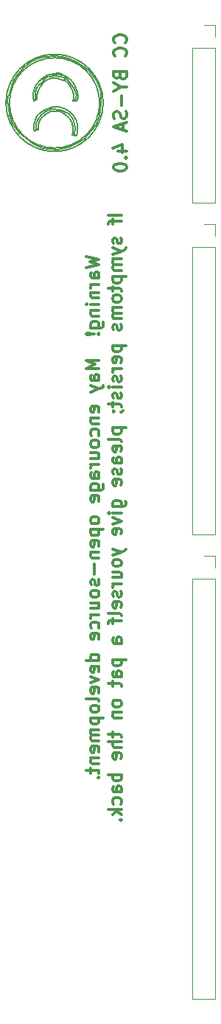
<source format=gbr>
G04 #@! TF.FileFunction,Legend,Bot*
%FSLAX46Y46*%
G04 Gerber Fmt 4.6, Leading zero omitted, Abs format (unit mm)*
G04 Created by KiCad (PCBNEW 4.0.7) date 05/21/18 18:47:21*
%MOMM*%
%LPD*%
G01*
G04 APERTURE LIST*
%ADD10C,0.100000*%
%ADD11C,0.300000*%
%ADD12C,0.120000*%
%ADD13C,0.150000*%
G04 APERTURE END LIST*
D10*
D11*
X148398571Y-65885001D02*
X149898571Y-66242144D01*
X148827143Y-66527858D01*
X149898571Y-66813572D01*
X148398571Y-67170715D01*
X149898571Y-68385001D02*
X149112857Y-68385001D01*
X148970000Y-68313572D01*
X148898571Y-68170715D01*
X148898571Y-67885001D01*
X148970000Y-67742144D01*
X149827143Y-68385001D02*
X149898571Y-68242144D01*
X149898571Y-67885001D01*
X149827143Y-67742144D01*
X149684286Y-67670715D01*
X149541429Y-67670715D01*
X149398571Y-67742144D01*
X149327143Y-67885001D01*
X149327143Y-68242144D01*
X149255714Y-68385001D01*
X149898571Y-69099287D02*
X148898571Y-69099287D01*
X149184286Y-69099287D02*
X149041429Y-69170715D01*
X148970000Y-69242144D01*
X148898571Y-69385001D01*
X148898571Y-69527858D01*
X148898571Y-70027858D02*
X149898571Y-70027858D01*
X149041429Y-70027858D02*
X148970000Y-70099286D01*
X148898571Y-70242144D01*
X148898571Y-70456429D01*
X148970000Y-70599286D01*
X149112857Y-70670715D01*
X149898571Y-70670715D01*
X149898571Y-71385001D02*
X148898571Y-71385001D01*
X148398571Y-71385001D02*
X148470000Y-71313572D01*
X148541429Y-71385001D01*
X148470000Y-71456429D01*
X148398571Y-71385001D01*
X148541429Y-71385001D01*
X148898571Y-72099287D02*
X149898571Y-72099287D01*
X149041429Y-72099287D02*
X148970000Y-72170715D01*
X148898571Y-72313573D01*
X148898571Y-72527858D01*
X148970000Y-72670715D01*
X149112857Y-72742144D01*
X149898571Y-72742144D01*
X148898571Y-74099287D02*
X150112857Y-74099287D01*
X150255714Y-74027858D01*
X150327143Y-73956430D01*
X150398571Y-73813573D01*
X150398571Y-73599287D01*
X150327143Y-73456430D01*
X149827143Y-74099287D02*
X149898571Y-73956430D01*
X149898571Y-73670716D01*
X149827143Y-73527858D01*
X149755714Y-73456430D01*
X149612857Y-73385001D01*
X149184286Y-73385001D01*
X149041429Y-73456430D01*
X148970000Y-73527858D01*
X148898571Y-73670716D01*
X148898571Y-73956430D01*
X148970000Y-74099287D01*
X149755714Y-74813573D02*
X149827143Y-74885001D01*
X149898571Y-74813573D01*
X149827143Y-74742144D01*
X149755714Y-74813573D01*
X149898571Y-74813573D01*
X149327143Y-74813573D02*
X148470000Y-74742144D01*
X148398571Y-74813573D01*
X148470000Y-74885001D01*
X149327143Y-74813573D01*
X148398571Y-74813573D01*
X149898571Y-77813573D02*
X148398571Y-77813573D01*
X149470000Y-78313573D01*
X148398571Y-78813573D01*
X149898571Y-78813573D01*
X149898571Y-80170716D02*
X149112857Y-80170716D01*
X148970000Y-80099287D01*
X148898571Y-79956430D01*
X148898571Y-79670716D01*
X148970000Y-79527859D01*
X149827143Y-80170716D02*
X149898571Y-80027859D01*
X149898571Y-79670716D01*
X149827143Y-79527859D01*
X149684286Y-79456430D01*
X149541429Y-79456430D01*
X149398571Y-79527859D01*
X149327143Y-79670716D01*
X149327143Y-80027859D01*
X149255714Y-80170716D01*
X148898571Y-80742145D02*
X149898571Y-81099288D01*
X148898571Y-81456430D02*
X149898571Y-81099288D01*
X150255714Y-80956430D01*
X150327143Y-80885002D01*
X150398571Y-80742145D01*
X149827143Y-83742144D02*
X149898571Y-83599287D01*
X149898571Y-83313573D01*
X149827143Y-83170716D01*
X149684286Y-83099287D01*
X149112857Y-83099287D01*
X148970000Y-83170716D01*
X148898571Y-83313573D01*
X148898571Y-83599287D01*
X148970000Y-83742144D01*
X149112857Y-83813573D01*
X149255714Y-83813573D01*
X149398571Y-83099287D01*
X148898571Y-84456430D02*
X149898571Y-84456430D01*
X149041429Y-84456430D02*
X148970000Y-84527858D01*
X148898571Y-84670716D01*
X148898571Y-84885001D01*
X148970000Y-85027858D01*
X149112857Y-85099287D01*
X149898571Y-85099287D01*
X149827143Y-86456430D02*
X149898571Y-86313573D01*
X149898571Y-86027859D01*
X149827143Y-85885001D01*
X149755714Y-85813573D01*
X149612857Y-85742144D01*
X149184286Y-85742144D01*
X149041429Y-85813573D01*
X148970000Y-85885001D01*
X148898571Y-86027859D01*
X148898571Y-86313573D01*
X148970000Y-86456430D01*
X149898571Y-87313573D02*
X149827143Y-87170715D01*
X149755714Y-87099287D01*
X149612857Y-87027858D01*
X149184286Y-87027858D01*
X149041429Y-87099287D01*
X148970000Y-87170715D01*
X148898571Y-87313573D01*
X148898571Y-87527858D01*
X148970000Y-87670715D01*
X149041429Y-87742144D01*
X149184286Y-87813573D01*
X149612857Y-87813573D01*
X149755714Y-87742144D01*
X149827143Y-87670715D01*
X149898571Y-87527858D01*
X149898571Y-87313573D01*
X148898571Y-89099287D02*
X149898571Y-89099287D01*
X148898571Y-88456430D02*
X149684286Y-88456430D01*
X149827143Y-88527858D01*
X149898571Y-88670716D01*
X149898571Y-88885001D01*
X149827143Y-89027858D01*
X149755714Y-89099287D01*
X149898571Y-89813573D02*
X148898571Y-89813573D01*
X149184286Y-89813573D02*
X149041429Y-89885001D01*
X148970000Y-89956430D01*
X148898571Y-90099287D01*
X148898571Y-90242144D01*
X149898571Y-91385001D02*
X149112857Y-91385001D01*
X148970000Y-91313572D01*
X148898571Y-91170715D01*
X148898571Y-90885001D01*
X148970000Y-90742144D01*
X149827143Y-91385001D02*
X149898571Y-91242144D01*
X149898571Y-90885001D01*
X149827143Y-90742144D01*
X149684286Y-90670715D01*
X149541429Y-90670715D01*
X149398571Y-90742144D01*
X149327143Y-90885001D01*
X149327143Y-91242144D01*
X149255714Y-91385001D01*
X148898571Y-92742144D02*
X150112857Y-92742144D01*
X150255714Y-92670715D01*
X150327143Y-92599287D01*
X150398571Y-92456430D01*
X150398571Y-92242144D01*
X150327143Y-92099287D01*
X149827143Y-92742144D02*
X149898571Y-92599287D01*
X149898571Y-92313573D01*
X149827143Y-92170715D01*
X149755714Y-92099287D01*
X149612857Y-92027858D01*
X149184286Y-92027858D01*
X149041429Y-92099287D01*
X148970000Y-92170715D01*
X148898571Y-92313573D01*
X148898571Y-92599287D01*
X148970000Y-92742144D01*
X149827143Y-94027858D02*
X149898571Y-93885001D01*
X149898571Y-93599287D01*
X149827143Y-93456430D01*
X149684286Y-93385001D01*
X149112857Y-93385001D01*
X148970000Y-93456430D01*
X148898571Y-93599287D01*
X148898571Y-93885001D01*
X148970000Y-94027858D01*
X149112857Y-94099287D01*
X149255714Y-94099287D01*
X149398571Y-93385001D01*
X149898571Y-96099287D02*
X149827143Y-95956429D01*
X149755714Y-95885001D01*
X149612857Y-95813572D01*
X149184286Y-95813572D01*
X149041429Y-95885001D01*
X148970000Y-95956429D01*
X148898571Y-96099287D01*
X148898571Y-96313572D01*
X148970000Y-96456429D01*
X149041429Y-96527858D01*
X149184286Y-96599287D01*
X149612857Y-96599287D01*
X149755714Y-96527858D01*
X149827143Y-96456429D01*
X149898571Y-96313572D01*
X149898571Y-96099287D01*
X148898571Y-97242144D02*
X150398571Y-97242144D01*
X148970000Y-97242144D02*
X148898571Y-97385001D01*
X148898571Y-97670715D01*
X148970000Y-97813572D01*
X149041429Y-97885001D01*
X149184286Y-97956430D01*
X149612857Y-97956430D01*
X149755714Y-97885001D01*
X149827143Y-97813572D01*
X149898571Y-97670715D01*
X149898571Y-97385001D01*
X149827143Y-97242144D01*
X149827143Y-99170715D02*
X149898571Y-99027858D01*
X149898571Y-98742144D01*
X149827143Y-98599287D01*
X149684286Y-98527858D01*
X149112857Y-98527858D01*
X148970000Y-98599287D01*
X148898571Y-98742144D01*
X148898571Y-99027858D01*
X148970000Y-99170715D01*
X149112857Y-99242144D01*
X149255714Y-99242144D01*
X149398571Y-98527858D01*
X148898571Y-99885001D02*
X149898571Y-99885001D01*
X149041429Y-99885001D02*
X148970000Y-99956429D01*
X148898571Y-100099287D01*
X148898571Y-100313572D01*
X148970000Y-100456429D01*
X149112857Y-100527858D01*
X149898571Y-100527858D01*
X149327143Y-101242144D02*
X149327143Y-102385001D01*
X149827143Y-103027858D02*
X149898571Y-103170715D01*
X149898571Y-103456430D01*
X149827143Y-103599287D01*
X149684286Y-103670715D01*
X149612857Y-103670715D01*
X149470000Y-103599287D01*
X149398571Y-103456430D01*
X149398571Y-103242144D01*
X149327143Y-103099287D01*
X149184286Y-103027858D01*
X149112857Y-103027858D01*
X148970000Y-103099287D01*
X148898571Y-103242144D01*
X148898571Y-103456430D01*
X148970000Y-103599287D01*
X149898571Y-104527859D02*
X149827143Y-104385001D01*
X149755714Y-104313573D01*
X149612857Y-104242144D01*
X149184286Y-104242144D01*
X149041429Y-104313573D01*
X148970000Y-104385001D01*
X148898571Y-104527859D01*
X148898571Y-104742144D01*
X148970000Y-104885001D01*
X149041429Y-104956430D01*
X149184286Y-105027859D01*
X149612857Y-105027859D01*
X149755714Y-104956430D01*
X149827143Y-104885001D01*
X149898571Y-104742144D01*
X149898571Y-104527859D01*
X148898571Y-106313573D02*
X149898571Y-106313573D01*
X148898571Y-105670716D02*
X149684286Y-105670716D01*
X149827143Y-105742144D01*
X149898571Y-105885002D01*
X149898571Y-106099287D01*
X149827143Y-106242144D01*
X149755714Y-106313573D01*
X149898571Y-107027859D02*
X148898571Y-107027859D01*
X149184286Y-107027859D02*
X149041429Y-107099287D01*
X148970000Y-107170716D01*
X148898571Y-107313573D01*
X148898571Y-107456430D01*
X149827143Y-108599287D02*
X149898571Y-108456430D01*
X149898571Y-108170716D01*
X149827143Y-108027858D01*
X149755714Y-107956430D01*
X149612857Y-107885001D01*
X149184286Y-107885001D01*
X149041429Y-107956430D01*
X148970000Y-108027858D01*
X148898571Y-108170716D01*
X148898571Y-108456430D01*
X148970000Y-108599287D01*
X149827143Y-109813572D02*
X149898571Y-109670715D01*
X149898571Y-109385001D01*
X149827143Y-109242144D01*
X149684286Y-109170715D01*
X149112857Y-109170715D01*
X148970000Y-109242144D01*
X148898571Y-109385001D01*
X148898571Y-109670715D01*
X148970000Y-109813572D01*
X149112857Y-109885001D01*
X149255714Y-109885001D01*
X149398571Y-109170715D01*
X149898571Y-112313572D02*
X148398571Y-112313572D01*
X149827143Y-112313572D02*
X149898571Y-112170715D01*
X149898571Y-111885001D01*
X149827143Y-111742143D01*
X149755714Y-111670715D01*
X149612857Y-111599286D01*
X149184286Y-111599286D01*
X149041429Y-111670715D01*
X148970000Y-111742143D01*
X148898571Y-111885001D01*
X148898571Y-112170715D01*
X148970000Y-112313572D01*
X149827143Y-113599286D02*
X149898571Y-113456429D01*
X149898571Y-113170715D01*
X149827143Y-113027858D01*
X149684286Y-112956429D01*
X149112857Y-112956429D01*
X148970000Y-113027858D01*
X148898571Y-113170715D01*
X148898571Y-113456429D01*
X148970000Y-113599286D01*
X149112857Y-113670715D01*
X149255714Y-113670715D01*
X149398571Y-112956429D01*
X148898571Y-114170715D02*
X149898571Y-114527858D01*
X148898571Y-114885000D01*
X149827143Y-116027857D02*
X149898571Y-115885000D01*
X149898571Y-115599286D01*
X149827143Y-115456429D01*
X149684286Y-115385000D01*
X149112857Y-115385000D01*
X148970000Y-115456429D01*
X148898571Y-115599286D01*
X148898571Y-115885000D01*
X148970000Y-116027857D01*
X149112857Y-116099286D01*
X149255714Y-116099286D01*
X149398571Y-115385000D01*
X149898571Y-116956429D02*
X149827143Y-116813571D01*
X149684286Y-116742143D01*
X148398571Y-116742143D01*
X149898571Y-117742143D02*
X149827143Y-117599285D01*
X149755714Y-117527857D01*
X149612857Y-117456428D01*
X149184286Y-117456428D01*
X149041429Y-117527857D01*
X148970000Y-117599285D01*
X148898571Y-117742143D01*
X148898571Y-117956428D01*
X148970000Y-118099285D01*
X149041429Y-118170714D01*
X149184286Y-118242143D01*
X149612857Y-118242143D01*
X149755714Y-118170714D01*
X149827143Y-118099285D01*
X149898571Y-117956428D01*
X149898571Y-117742143D01*
X148898571Y-118885000D02*
X150398571Y-118885000D01*
X148970000Y-118885000D02*
X148898571Y-119027857D01*
X148898571Y-119313571D01*
X148970000Y-119456428D01*
X149041429Y-119527857D01*
X149184286Y-119599286D01*
X149612857Y-119599286D01*
X149755714Y-119527857D01*
X149827143Y-119456428D01*
X149898571Y-119313571D01*
X149898571Y-119027857D01*
X149827143Y-118885000D01*
X149898571Y-120242143D02*
X148898571Y-120242143D01*
X149041429Y-120242143D02*
X148970000Y-120313571D01*
X148898571Y-120456429D01*
X148898571Y-120670714D01*
X148970000Y-120813571D01*
X149112857Y-120885000D01*
X149898571Y-120885000D01*
X149112857Y-120885000D02*
X148970000Y-120956429D01*
X148898571Y-121099286D01*
X148898571Y-121313571D01*
X148970000Y-121456429D01*
X149112857Y-121527857D01*
X149898571Y-121527857D01*
X149827143Y-122813571D02*
X149898571Y-122670714D01*
X149898571Y-122385000D01*
X149827143Y-122242143D01*
X149684286Y-122170714D01*
X149112857Y-122170714D01*
X148970000Y-122242143D01*
X148898571Y-122385000D01*
X148898571Y-122670714D01*
X148970000Y-122813571D01*
X149112857Y-122885000D01*
X149255714Y-122885000D01*
X149398571Y-122170714D01*
X148898571Y-123527857D02*
X149898571Y-123527857D01*
X149041429Y-123527857D02*
X148970000Y-123599285D01*
X148898571Y-123742143D01*
X148898571Y-123956428D01*
X148970000Y-124099285D01*
X149112857Y-124170714D01*
X149898571Y-124170714D01*
X148898571Y-124670714D02*
X148898571Y-125242143D01*
X148398571Y-124885000D02*
X149684286Y-124885000D01*
X149827143Y-124956428D01*
X149898571Y-125099286D01*
X149898571Y-125242143D01*
X149755714Y-125742143D02*
X149827143Y-125813571D01*
X149898571Y-125742143D01*
X149827143Y-125670714D01*
X149755714Y-125742143D01*
X149898571Y-125742143D01*
X152448571Y-61135000D02*
X150948571Y-61135000D01*
X151448571Y-61635000D02*
X151448571Y-62206429D01*
X152448571Y-61849286D02*
X151162857Y-61849286D01*
X151020000Y-61920714D01*
X150948571Y-62063572D01*
X150948571Y-62206429D01*
X152377143Y-63777857D02*
X152448571Y-63920714D01*
X152448571Y-64206429D01*
X152377143Y-64349286D01*
X152234286Y-64420714D01*
X152162857Y-64420714D01*
X152020000Y-64349286D01*
X151948571Y-64206429D01*
X151948571Y-63992143D01*
X151877143Y-63849286D01*
X151734286Y-63777857D01*
X151662857Y-63777857D01*
X151520000Y-63849286D01*
X151448571Y-63992143D01*
X151448571Y-64206429D01*
X151520000Y-64349286D01*
X151448571Y-64920715D02*
X152448571Y-65277858D01*
X151448571Y-65635000D02*
X152448571Y-65277858D01*
X152805714Y-65135000D01*
X152877143Y-65063572D01*
X152948571Y-64920715D01*
X152448571Y-66206429D02*
X151448571Y-66206429D01*
X151591429Y-66206429D02*
X151520000Y-66277857D01*
X151448571Y-66420715D01*
X151448571Y-66635000D01*
X151520000Y-66777857D01*
X151662857Y-66849286D01*
X152448571Y-66849286D01*
X151662857Y-66849286D02*
X151520000Y-66920715D01*
X151448571Y-67063572D01*
X151448571Y-67277857D01*
X151520000Y-67420715D01*
X151662857Y-67492143D01*
X152448571Y-67492143D01*
X151448571Y-68206429D02*
X152948571Y-68206429D01*
X151520000Y-68206429D02*
X151448571Y-68349286D01*
X151448571Y-68635000D01*
X151520000Y-68777857D01*
X151591429Y-68849286D01*
X151734286Y-68920715D01*
X152162857Y-68920715D01*
X152305714Y-68849286D01*
X152377143Y-68777857D01*
X152448571Y-68635000D01*
X152448571Y-68349286D01*
X152377143Y-68206429D01*
X151448571Y-69349286D02*
X151448571Y-69920715D01*
X150948571Y-69563572D02*
X152234286Y-69563572D01*
X152377143Y-69635000D01*
X152448571Y-69777858D01*
X152448571Y-69920715D01*
X152448571Y-70635001D02*
X152377143Y-70492143D01*
X152305714Y-70420715D01*
X152162857Y-70349286D01*
X151734286Y-70349286D01*
X151591429Y-70420715D01*
X151520000Y-70492143D01*
X151448571Y-70635001D01*
X151448571Y-70849286D01*
X151520000Y-70992143D01*
X151591429Y-71063572D01*
X151734286Y-71135001D01*
X152162857Y-71135001D01*
X152305714Y-71063572D01*
X152377143Y-70992143D01*
X152448571Y-70849286D01*
X152448571Y-70635001D01*
X152448571Y-71777858D02*
X151448571Y-71777858D01*
X151591429Y-71777858D02*
X151520000Y-71849286D01*
X151448571Y-71992144D01*
X151448571Y-72206429D01*
X151520000Y-72349286D01*
X151662857Y-72420715D01*
X152448571Y-72420715D01*
X151662857Y-72420715D02*
X151520000Y-72492144D01*
X151448571Y-72635001D01*
X151448571Y-72849286D01*
X151520000Y-72992144D01*
X151662857Y-73063572D01*
X152448571Y-73063572D01*
X152377143Y-73706429D02*
X152448571Y-73849286D01*
X152448571Y-74135001D01*
X152377143Y-74277858D01*
X152234286Y-74349286D01*
X152162857Y-74349286D01*
X152020000Y-74277858D01*
X151948571Y-74135001D01*
X151948571Y-73920715D01*
X151877143Y-73777858D01*
X151734286Y-73706429D01*
X151662857Y-73706429D01*
X151520000Y-73777858D01*
X151448571Y-73920715D01*
X151448571Y-74135001D01*
X151520000Y-74277858D01*
X151448571Y-76135001D02*
X152948571Y-76135001D01*
X151520000Y-76135001D02*
X151448571Y-76277858D01*
X151448571Y-76563572D01*
X151520000Y-76706429D01*
X151591429Y-76777858D01*
X151734286Y-76849287D01*
X152162857Y-76849287D01*
X152305714Y-76777858D01*
X152377143Y-76706429D01*
X152448571Y-76563572D01*
X152448571Y-76277858D01*
X152377143Y-76135001D01*
X152377143Y-78063572D02*
X152448571Y-77920715D01*
X152448571Y-77635001D01*
X152377143Y-77492144D01*
X152234286Y-77420715D01*
X151662857Y-77420715D01*
X151520000Y-77492144D01*
X151448571Y-77635001D01*
X151448571Y-77920715D01*
X151520000Y-78063572D01*
X151662857Y-78135001D01*
X151805714Y-78135001D01*
X151948571Y-77420715D01*
X152448571Y-78777858D02*
X151448571Y-78777858D01*
X151734286Y-78777858D02*
X151591429Y-78849286D01*
X151520000Y-78920715D01*
X151448571Y-79063572D01*
X151448571Y-79206429D01*
X152377143Y-79635000D02*
X152448571Y-79777857D01*
X152448571Y-80063572D01*
X152377143Y-80206429D01*
X152234286Y-80277857D01*
X152162857Y-80277857D01*
X152020000Y-80206429D01*
X151948571Y-80063572D01*
X151948571Y-79849286D01*
X151877143Y-79706429D01*
X151734286Y-79635000D01*
X151662857Y-79635000D01*
X151520000Y-79706429D01*
X151448571Y-79849286D01*
X151448571Y-80063572D01*
X151520000Y-80206429D01*
X152448571Y-80920715D02*
X151448571Y-80920715D01*
X150948571Y-80920715D02*
X151020000Y-80849286D01*
X151091429Y-80920715D01*
X151020000Y-80992143D01*
X150948571Y-80920715D01*
X151091429Y-80920715D01*
X152377143Y-81563572D02*
X152448571Y-81706429D01*
X152448571Y-81992144D01*
X152377143Y-82135001D01*
X152234286Y-82206429D01*
X152162857Y-82206429D01*
X152020000Y-82135001D01*
X151948571Y-81992144D01*
X151948571Y-81777858D01*
X151877143Y-81635001D01*
X151734286Y-81563572D01*
X151662857Y-81563572D01*
X151520000Y-81635001D01*
X151448571Y-81777858D01*
X151448571Y-81992144D01*
X151520000Y-82135001D01*
X151448571Y-82635001D02*
X151448571Y-83206430D01*
X150948571Y-82849287D02*
X152234286Y-82849287D01*
X152377143Y-82920715D01*
X152448571Y-83063573D01*
X152448571Y-83206430D01*
X152377143Y-83777858D02*
X152448571Y-83777858D01*
X152591429Y-83706430D01*
X152662857Y-83635001D01*
X151520000Y-83706430D02*
X151591429Y-83777858D01*
X151662857Y-83706430D01*
X151591429Y-83635001D01*
X151520000Y-83706430D01*
X151662857Y-83706430D01*
X151448571Y-85563573D02*
X152948571Y-85563573D01*
X151520000Y-85563573D02*
X151448571Y-85706430D01*
X151448571Y-85992144D01*
X151520000Y-86135001D01*
X151591429Y-86206430D01*
X151734286Y-86277859D01*
X152162857Y-86277859D01*
X152305714Y-86206430D01*
X152377143Y-86135001D01*
X152448571Y-85992144D01*
X152448571Y-85706430D01*
X152377143Y-85563573D01*
X152448571Y-87135002D02*
X152377143Y-86992144D01*
X152234286Y-86920716D01*
X150948571Y-86920716D01*
X152377143Y-88277858D02*
X152448571Y-88135001D01*
X152448571Y-87849287D01*
X152377143Y-87706430D01*
X152234286Y-87635001D01*
X151662857Y-87635001D01*
X151520000Y-87706430D01*
X151448571Y-87849287D01*
X151448571Y-88135001D01*
X151520000Y-88277858D01*
X151662857Y-88349287D01*
X151805714Y-88349287D01*
X151948571Y-87635001D01*
X152448571Y-89635001D02*
X151662857Y-89635001D01*
X151520000Y-89563572D01*
X151448571Y-89420715D01*
X151448571Y-89135001D01*
X151520000Y-88992144D01*
X152377143Y-89635001D02*
X152448571Y-89492144D01*
X152448571Y-89135001D01*
X152377143Y-88992144D01*
X152234286Y-88920715D01*
X152091429Y-88920715D01*
X151948571Y-88992144D01*
X151877143Y-89135001D01*
X151877143Y-89492144D01*
X151805714Y-89635001D01*
X152377143Y-90277858D02*
X152448571Y-90420715D01*
X152448571Y-90706430D01*
X152377143Y-90849287D01*
X152234286Y-90920715D01*
X152162857Y-90920715D01*
X152020000Y-90849287D01*
X151948571Y-90706430D01*
X151948571Y-90492144D01*
X151877143Y-90349287D01*
X151734286Y-90277858D01*
X151662857Y-90277858D01*
X151520000Y-90349287D01*
X151448571Y-90492144D01*
X151448571Y-90706430D01*
X151520000Y-90849287D01*
X152377143Y-92135001D02*
X152448571Y-91992144D01*
X152448571Y-91706430D01*
X152377143Y-91563573D01*
X152234286Y-91492144D01*
X151662857Y-91492144D01*
X151520000Y-91563573D01*
X151448571Y-91706430D01*
X151448571Y-91992144D01*
X151520000Y-92135001D01*
X151662857Y-92206430D01*
X151805714Y-92206430D01*
X151948571Y-91492144D01*
X151448571Y-94635001D02*
X152662857Y-94635001D01*
X152805714Y-94563572D01*
X152877143Y-94492144D01*
X152948571Y-94349287D01*
X152948571Y-94135001D01*
X152877143Y-93992144D01*
X152377143Y-94635001D02*
X152448571Y-94492144D01*
X152448571Y-94206430D01*
X152377143Y-94063572D01*
X152305714Y-93992144D01*
X152162857Y-93920715D01*
X151734286Y-93920715D01*
X151591429Y-93992144D01*
X151520000Y-94063572D01*
X151448571Y-94206430D01*
X151448571Y-94492144D01*
X151520000Y-94635001D01*
X152448571Y-95349287D02*
X151448571Y-95349287D01*
X150948571Y-95349287D02*
X151020000Y-95277858D01*
X151091429Y-95349287D01*
X151020000Y-95420715D01*
X150948571Y-95349287D01*
X151091429Y-95349287D01*
X151448571Y-95920716D02*
X152448571Y-96277859D01*
X151448571Y-96635001D01*
X152377143Y-97777858D02*
X152448571Y-97635001D01*
X152448571Y-97349287D01*
X152377143Y-97206430D01*
X152234286Y-97135001D01*
X151662857Y-97135001D01*
X151520000Y-97206430D01*
X151448571Y-97349287D01*
X151448571Y-97635001D01*
X151520000Y-97777858D01*
X151662857Y-97849287D01*
X151805714Y-97849287D01*
X151948571Y-97135001D01*
X151448571Y-99492144D02*
X152448571Y-99849287D01*
X151448571Y-100206429D02*
X152448571Y-99849287D01*
X152805714Y-99706429D01*
X152877143Y-99635001D01*
X152948571Y-99492144D01*
X152448571Y-100992144D02*
X152377143Y-100849286D01*
X152305714Y-100777858D01*
X152162857Y-100706429D01*
X151734286Y-100706429D01*
X151591429Y-100777858D01*
X151520000Y-100849286D01*
X151448571Y-100992144D01*
X151448571Y-101206429D01*
X151520000Y-101349286D01*
X151591429Y-101420715D01*
X151734286Y-101492144D01*
X152162857Y-101492144D01*
X152305714Y-101420715D01*
X152377143Y-101349286D01*
X152448571Y-101206429D01*
X152448571Y-100992144D01*
X151448571Y-102777858D02*
X152448571Y-102777858D01*
X151448571Y-102135001D02*
X152234286Y-102135001D01*
X152377143Y-102206429D01*
X152448571Y-102349287D01*
X152448571Y-102563572D01*
X152377143Y-102706429D01*
X152305714Y-102777858D01*
X152448571Y-103492144D02*
X151448571Y-103492144D01*
X151734286Y-103492144D02*
X151591429Y-103563572D01*
X151520000Y-103635001D01*
X151448571Y-103777858D01*
X151448571Y-103920715D01*
X152377143Y-104349286D02*
X152448571Y-104492143D01*
X152448571Y-104777858D01*
X152377143Y-104920715D01*
X152234286Y-104992143D01*
X152162857Y-104992143D01*
X152020000Y-104920715D01*
X151948571Y-104777858D01*
X151948571Y-104563572D01*
X151877143Y-104420715D01*
X151734286Y-104349286D01*
X151662857Y-104349286D01*
X151520000Y-104420715D01*
X151448571Y-104563572D01*
X151448571Y-104777858D01*
X151520000Y-104920715D01*
X152377143Y-106206429D02*
X152448571Y-106063572D01*
X152448571Y-105777858D01*
X152377143Y-105635001D01*
X152234286Y-105563572D01*
X151662857Y-105563572D01*
X151520000Y-105635001D01*
X151448571Y-105777858D01*
X151448571Y-106063572D01*
X151520000Y-106206429D01*
X151662857Y-106277858D01*
X151805714Y-106277858D01*
X151948571Y-105563572D01*
X152448571Y-107135001D02*
X152377143Y-106992143D01*
X152234286Y-106920715D01*
X150948571Y-106920715D01*
X151448571Y-107492143D02*
X151448571Y-108063572D01*
X152448571Y-107706429D02*
X151162857Y-107706429D01*
X151020000Y-107777857D01*
X150948571Y-107920715D01*
X150948571Y-108063572D01*
X152448571Y-110349286D02*
X151662857Y-110349286D01*
X151520000Y-110277857D01*
X151448571Y-110135000D01*
X151448571Y-109849286D01*
X151520000Y-109706429D01*
X152377143Y-110349286D02*
X152448571Y-110206429D01*
X152448571Y-109849286D01*
X152377143Y-109706429D01*
X152234286Y-109635000D01*
X152091429Y-109635000D01*
X151948571Y-109706429D01*
X151877143Y-109849286D01*
X151877143Y-110206429D01*
X151805714Y-110349286D01*
X151448571Y-112206429D02*
X152948571Y-112206429D01*
X151520000Y-112206429D02*
X151448571Y-112349286D01*
X151448571Y-112635000D01*
X151520000Y-112777857D01*
X151591429Y-112849286D01*
X151734286Y-112920715D01*
X152162857Y-112920715D01*
X152305714Y-112849286D01*
X152377143Y-112777857D01*
X152448571Y-112635000D01*
X152448571Y-112349286D01*
X152377143Y-112206429D01*
X152448571Y-114206429D02*
X151662857Y-114206429D01*
X151520000Y-114135000D01*
X151448571Y-113992143D01*
X151448571Y-113706429D01*
X151520000Y-113563572D01*
X152377143Y-114206429D02*
X152448571Y-114063572D01*
X152448571Y-113706429D01*
X152377143Y-113563572D01*
X152234286Y-113492143D01*
X152091429Y-113492143D01*
X151948571Y-113563572D01*
X151877143Y-113706429D01*
X151877143Y-114063572D01*
X151805714Y-114206429D01*
X151448571Y-114706429D02*
X151448571Y-115277858D01*
X150948571Y-114920715D02*
X152234286Y-114920715D01*
X152377143Y-114992143D01*
X152448571Y-115135001D01*
X152448571Y-115277858D01*
X152448571Y-117135001D02*
X152377143Y-116992143D01*
X152305714Y-116920715D01*
X152162857Y-116849286D01*
X151734286Y-116849286D01*
X151591429Y-116920715D01*
X151520000Y-116992143D01*
X151448571Y-117135001D01*
X151448571Y-117349286D01*
X151520000Y-117492143D01*
X151591429Y-117563572D01*
X151734286Y-117635001D01*
X152162857Y-117635001D01*
X152305714Y-117563572D01*
X152377143Y-117492143D01*
X152448571Y-117349286D01*
X152448571Y-117135001D01*
X151448571Y-118277858D02*
X152448571Y-118277858D01*
X151591429Y-118277858D02*
X151520000Y-118349286D01*
X151448571Y-118492144D01*
X151448571Y-118706429D01*
X151520000Y-118849286D01*
X151662857Y-118920715D01*
X152448571Y-118920715D01*
X151448571Y-120563572D02*
X151448571Y-121135001D01*
X150948571Y-120777858D02*
X152234286Y-120777858D01*
X152377143Y-120849286D01*
X152448571Y-120992144D01*
X152448571Y-121135001D01*
X152448571Y-121635001D02*
X150948571Y-121635001D01*
X152448571Y-122277858D02*
X151662857Y-122277858D01*
X151520000Y-122206429D01*
X151448571Y-122063572D01*
X151448571Y-121849287D01*
X151520000Y-121706429D01*
X151591429Y-121635001D01*
X152377143Y-123563572D02*
X152448571Y-123420715D01*
X152448571Y-123135001D01*
X152377143Y-122992144D01*
X152234286Y-122920715D01*
X151662857Y-122920715D01*
X151520000Y-122992144D01*
X151448571Y-123135001D01*
X151448571Y-123420715D01*
X151520000Y-123563572D01*
X151662857Y-123635001D01*
X151805714Y-123635001D01*
X151948571Y-122920715D01*
X152448571Y-125420715D02*
X150948571Y-125420715D01*
X151520000Y-125420715D02*
X151448571Y-125563572D01*
X151448571Y-125849286D01*
X151520000Y-125992143D01*
X151591429Y-126063572D01*
X151734286Y-126135001D01*
X152162857Y-126135001D01*
X152305714Y-126063572D01*
X152377143Y-125992143D01*
X152448571Y-125849286D01*
X152448571Y-125563572D01*
X152377143Y-125420715D01*
X152448571Y-127420715D02*
X151662857Y-127420715D01*
X151520000Y-127349286D01*
X151448571Y-127206429D01*
X151448571Y-126920715D01*
X151520000Y-126777858D01*
X152377143Y-127420715D02*
X152448571Y-127277858D01*
X152448571Y-126920715D01*
X152377143Y-126777858D01*
X152234286Y-126706429D01*
X152091429Y-126706429D01*
X151948571Y-126777858D01*
X151877143Y-126920715D01*
X151877143Y-127277858D01*
X151805714Y-127420715D01*
X152377143Y-128777858D02*
X152448571Y-128635001D01*
X152448571Y-128349287D01*
X152377143Y-128206429D01*
X152305714Y-128135001D01*
X152162857Y-128063572D01*
X151734286Y-128063572D01*
X151591429Y-128135001D01*
X151520000Y-128206429D01*
X151448571Y-128349287D01*
X151448571Y-128635001D01*
X151520000Y-128777858D01*
X152448571Y-129420715D02*
X150948571Y-129420715D01*
X151877143Y-129563572D02*
X152448571Y-129992143D01*
X151448571Y-129992143D02*
X152020000Y-129420715D01*
X152305714Y-130635001D02*
X152377143Y-130706429D01*
X152448571Y-130635001D01*
X152377143Y-130563572D01*
X152305714Y-130635001D01*
X152448571Y-130635001D01*
X152935714Y-41367144D02*
X153007143Y-41295715D01*
X153078571Y-41081429D01*
X153078571Y-40938572D01*
X153007143Y-40724287D01*
X152864286Y-40581429D01*
X152721429Y-40510001D01*
X152435714Y-40438572D01*
X152221429Y-40438572D01*
X151935714Y-40510001D01*
X151792857Y-40581429D01*
X151650000Y-40724287D01*
X151578571Y-40938572D01*
X151578571Y-41081429D01*
X151650000Y-41295715D01*
X151721429Y-41367144D01*
X152935714Y-42867144D02*
X153007143Y-42795715D01*
X153078571Y-42581429D01*
X153078571Y-42438572D01*
X153007143Y-42224287D01*
X152864286Y-42081429D01*
X152721429Y-42010001D01*
X152435714Y-41938572D01*
X152221429Y-41938572D01*
X151935714Y-42010001D01*
X151792857Y-42081429D01*
X151650000Y-42224287D01*
X151578571Y-42438572D01*
X151578571Y-42581429D01*
X151650000Y-42795715D01*
X151721429Y-42867144D01*
X152292857Y-45152858D02*
X152364286Y-45367144D01*
X152435714Y-45438572D01*
X152578571Y-45510001D01*
X152792857Y-45510001D01*
X152935714Y-45438572D01*
X153007143Y-45367144D01*
X153078571Y-45224286D01*
X153078571Y-44652858D01*
X151578571Y-44652858D01*
X151578571Y-45152858D01*
X151650000Y-45295715D01*
X151721429Y-45367144D01*
X151864286Y-45438572D01*
X152007143Y-45438572D01*
X152150000Y-45367144D01*
X152221429Y-45295715D01*
X152292857Y-45152858D01*
X152292857Y-44652858D01*
X152364286Y-46438572D02*
X153078571Y-46438572D01*
X151578571Y-45938572D02*
X152364286Y-46438572D01*
X151578571Y-46938572D01*
X152507143Y-47438572D02*
X152507143Y-48581429D01*
X153007143Y-49224286D02*
X153078571Y-49438572D01*
X153078571Y-49795715D01*
X153007143Y-49938572D01*
X152935714Y-50010001D01*
X152792857Y-50081429D01*
X152650000Y-50081429D01*
X152507143Y-50010001D01*
X152435714Y-49938572D01*
X152364286Y-49795715D01*
X152292857Y-49510001D01*
X152221429Y-49367143D01*
X152150000Y-49295715D01*
X152007143Y-49224286D01*
X151864286Y-49224286D01*
X151721429Y-49295715D01*
X151650000Y-49367143D01*
X151578571Y-49510001D01*
X151578571Y-49867143D01*
X151650000Y-50081429D01*
X152650000Y-50652857D02*
X152650000Y-51367143D01*
X153078571Y-50510000D02*
X151578571Y-51010000D01*
X153078571Y-51510000D01*
X152078571Y-53795714D02*
X153078571Y-53795714D01*
X151507143Y-53438571D02*
X152578571Y-53081428D01*
X152578571Y-54010000D01*
X152935714Y-54581428D02*
X153007143Y-54652856D01*
X153078571Y-54581428D01*
X153007143Y-54509999D01*
X152935714Y-54581428D01*
X153078571Y-54581428D01*
X151578571Y-55581428D02*
X151578571Y-55724285D01*
X151650000Y-55867142D01*
X151721429Y-55938571D01*
X151864286Y-56010000D01*
X152150000Y-56081428D01*
X152507143Y-56081428D01*
X152792857Y-56010000D01*
X152935714Y-55938571D01*
X153007143Y-55867142D01*
X153078571Y-55724285D01*
X153078571Y-55581428D01*
X153007143Y-55438571D01*
X152935714Y-55367142D01*
X152792857Y-55295714D01*
X152507143Y-55224285D01*
X152150000Y-55224285D01*
X151864286Y-55295714D01*
X151721429Y-55367142D01*
X151650000Y-55438571D01*
X151578571Y-55581428D01*
D12*
X163255000Y-151190000D02*
X160595000Y-151190000D01*
X163255000Y-102870000D02*
X163255000Y-151190000D01*
X160595000Y-102870000D02*
X160595000Y-151190000D01*
X163255000Y-102870000D02*
X160595000Y-102870000D01*
X163255000Y-101600000D02*
X163255000Y-100270000D01*
X163255000Y-100270000D02*
X161925000Y-100270000D01*
X163255000Y-59750000D02*
X160595000Y-59750000D01*
X163255000Y-41910000D02*
X163255000Y-59750000D01*
X160595000Y-41910000D02*
X160595000Y-59750000D01*
X163255000Y-41910000D02*
X160595000Y-41910000D01*
X163255000Y-40640000D02*
X163255000Y-39310000D01*
X163255000Y-39310000D02*
X161925000Y-39310000D01*
X163255000Y-97850000D02*
X160595000Y-97850000D01*
X163255000Y-64770000D02*
X163255000Y-97850000D01*
X160595000Y-64770000D02*
X160595000Y-97850000D01*
X163255000Y-64770000D02*
X160595000Y-64770000D01*
X163255000Y-63500000D02*
X163255000Y-62170000D01*
X163255000Y-62170000D02*
X161925000Y-62170000D01*
D13*
X147480020Y-47558960D02*
X147380960Y-47960280D01*
X147380960Y-47960280D02*
X146880580Y-48059340D01*
X143080740Y-45760640D02*
X143179800Y-45559980D01*
X143179800Y-45559980D02*
X143779240Y-45161200D01*
X143779240Y-45161200D02*
X144279620Y-44960540D01*
X144279620Y-44960540D02*
X145178780Y-44858940D01*
X145178780Y-44858940D02*
X145679160Y-44960540D01*
X147180300Y-48061880D02*
X147378420Y-47962820D01*
X146880580Y-51960780D02*
X147180300Y-52059840D01*
X142379700Y-51259740D02*
X142478760Y-51559460D01*
X142478760Y-51559460D02*
X142781020Y-51358800D01*
X139379960Y-48260000D02*
X139379960Y-47759620D01*
X139379960Y-47759620D02*
X139679680Y-46959520D01*
X139679680Y-46959520D02*
X139880340Y-46261020D01*
X139880340Y-46261020D02*
X140081000Y-45559980D01*
X140081000Y-45559980D02*
X140578840Y-44960540D01*
X140578840Y-44960540D02*
X141180820Y-44259500D01*
X141180820Y-44259500D02*
X141780260Y-43759120D01*
X141780260Y-43759120D02*
X142679420Y-43258740D01*
X142679420Y-43258740D02*
X143680180Y-42959020D01*
X143680180Y-42959020D02*
X144879060Y-42859960D01*
X144879060Y-42859960D02*
X146080480Y-43060620D01*
X146080480Y-43060620D02*
X147180300Y-43459400D01*
X147180300Y-43459400D02*
X148678900Y-44460160D01*
X148678900Y-44460160D02*
X149580600Y-45659040D01*
X149580600Y-45659040D02*
X150080980Y-46959520D01*
X150080980Y-46959520D02*
X150080980Y-48359060D01*
X150080980Y-48359060D02*
X149979380Y-49860200D01*
X149979380Y-49860200D02*
X149479000Y-50860960D01*
X149479000Y-50860960D02*
X148181060Y-52461160D01*
X148181060Y-52461160D02*
X146580860Y-53261260D01*
X146580860Y-53261260D02*
X145079720Y-53660040D01*
X145079720Y-53660040D02*
X143380460Y-53459380D01*
X143380460Y-53459380D02*
X142280640Y-52959000D01*
X142280640Y-52959000D02*
X140680440Y-51661060D01*
X140680440Y-51661060D02*
X139979400Y-50660300D01*
X139979400Y-50660300D02*
X139580620Y-49659540D01*
X139580620Y-49659540D02*
X139479020Y-48260000D01*
X144078960Y-48861980D02*
X144579340Y-48762920D01*
X144579340Y-48762920D02*
X145277840Y-48762920D01*
X145277840Y-48762920D02*
X145879820Y-48861980D01*
X145879820Y-48861980D02*
X146479260Y-49260760D01*
X146479260Y-49260760D02*
X146979640Y-49761140D01*
X146979640Y-49761140D02*
X147279360Y-50360580D01*
X147279360Y-50360580D02*
X147378420Y-50860960D01*
X147378420Y-50860960D02*
X147378420Y-51262280D01*
X147378420Y-51262280D02*
X147378420Y-51661060D01*
X147378420Y-51661060D02*
X147279360Y-52062380D01*
X147279360Y-52062380D02*
X147078700Y-51960780D01*
X147078700Y-51960780D02*
X147180300Y-51061620D01*
X147180300Y-51061620D02*
X146878040Y-50060860D01*
X146878040Y-50060860D02*
X146380200Y-49461420D01*
X146380200Y-49461420D02*
X145478500Y-49062640D01*
X145478500Y-49062640D02*
X144480280Y-48961040D01*
X144480280Y-48961040D02*
X143779240Y-49260760D01*
X143779240Y-49260760D02*
X143078200Y-49862740D01*
X143078200Y-49862740D02*
X142679420Y-50561240D01*
X142679420Y-50561240D02*
X142679420Y-51262280D01*
X142679420Y-51262280D02*
X142880080Y-51361340D01*
X142880080Y-51361340D02*
X142880080Y-50761900D01*
X142880080Y-50761900D02*
X143179800Y-50060860D01*
X143179800Y-50060860D02*
X143779240Y-49560480D01*
X143779240Y-49560480D02*
X144378680Y-49260760D01*
X144378680Y-49260760D02*
X144879060Y-49260760D01*
X144879060Y-49260760D02*
X145478500Y-49260760D01*
X145478500Y-49260760D02*
X145978880Y-49560480D01*
X145978880Y-49560480D02*
X146479260Y-49961800D01*
X146479260Y-49961800D02*
X146778980Y-50561240D01*
X146778980Y-50561240D02*
X146878040Y-51160680D01*
X146878040Y-51160680D02*
X146878040Y-51661060D01*
X146878040Y-51661060D02*
X146778980Y-51960780D01*
X142379700Y-51262280D02*
X142379700Y-50662840D01*
X142379700Y-50662840D02*
X142577820Y-50261520D01*
X142577820Y-50261520D02*
X142778480Y-49761140D01*
X142778480Y-49761140D02*
X143179800Y-49362360D01*
X143179800Y-49362360D02*
X143680180Y-49062640D01*
X143680180Y-49062640D02*
X144078960Y-48861980D01*
X142781020Y-47861220D02*
X142781020Y-47360840D01*
X142781020Y-47360840D02*
X142882620Y-46860460D01*
X142882620Y-46860460D02*
X143182340Y-46360080D01*
X143182340Y-46360080D02*
X143581120Y-45859700D01*
X143479520Y-45859700D02*
X143979900Y-45559980D01*
X143979900Y-45559980D02*
X144480280Y-45460920D01*
X144480280Y-45460920D02*
X144980660Y-45460920D01*
X144980660Y-45460920D02*
X145780760Y-45661580D01*
X145780760Y-45562520D02*
X146179540Y-45862240D01*
X146278600Y-45963840D02*
X146679920Y-46464220D01*
X146679920Y-46464220D02*
X146878040Y-46962060D01*
X146878040Y-46962060D02*
X146979640Y-47363380D01*
X146979640Y-47363380D02*
X146979640Y-47762160D01*
X146979640Y-47762160D02*
X146878040Y-48061880D01*
X146878040Y-48061880D02*
X147180300Y-47962820D01*
X147180300Y-47962820D02*
X147279360Y-47363380D01*
X147279360Y-47363380D02*
X147078700Y-46662340D01*
X147078700Y-46662340D02*
X146578320Y-45963840D01*
X146578320Y-45963840D02*
X146077940Y-45463460D01*
X146179540Y-45460920D02*
X145481040Y-45260260D01*
X145481040Y-45260260D02*
X144780000Y-45161200D01*
X144780000Y-45161200D02*
X144180560Y-45260260D01*
X143979900Y-45260260D02*
X143479520Y-45559980D01*
X143680180Y-45559980D02*
X143179800Y-46060360D01*
X143080740Y-46060360D02*
X142781020Y-46560740D01*
X142781020Y-46560740D02*
X142580360Y-47061120D01*
X142580360Y-47061120D02*
X142580360Y-47561500D01*
X142580360Y-47561500D02*
X142580360Y-47960280D01*
X142580360Y-47960280D02*
X142382240Y-48059340D01*
X142382240Y-48059340D02*
X142280640Y-47660560D01*
X142280640Y-47660560D02*
X142280640Y-47259240D01*
X142280640Y-47259240D02*
X142382240Y-46761400D01*
X142382240Y-46761400D02*
X142681960Y-46159420D01*
X142681960Y-46159420D02*
X143080740Y-45661580D01*
X143179800Y-45661580D02*
X143880840Y-45161200D01*
X143880840Y-45161200D02*
X144480280Y-44960540D01*
X144480280Y-44960540D02*
X145181320Y-44960540D01*
X145181320Y-44960540D02*
X145780760Y-45059600D01*
X145580100Y-44960540D02*
X146179540Y-45260260D01*
X146278600Y-45361860D02*
X146778980Y-45763180D01*
X146778980Y-45763180D02*
X147180300Y-46362620D01*
X147180300Y-46362620D02*
X147378420Y-47063660D01*
X147378420Y-47063660D02*
X147480020Y-47564040D01*
X145978880Y-45262800D02*
X145978880Y-45661580D01*
X149960604Y-48260000D02*
G75*
G03X149960604Y-48260000I-5180604J0D01*
G01*
X150368000Y-48260000D02*
G75*
G03X150368000Y-48260000I-5588000J0D01*
G01*
M02*

</source>
